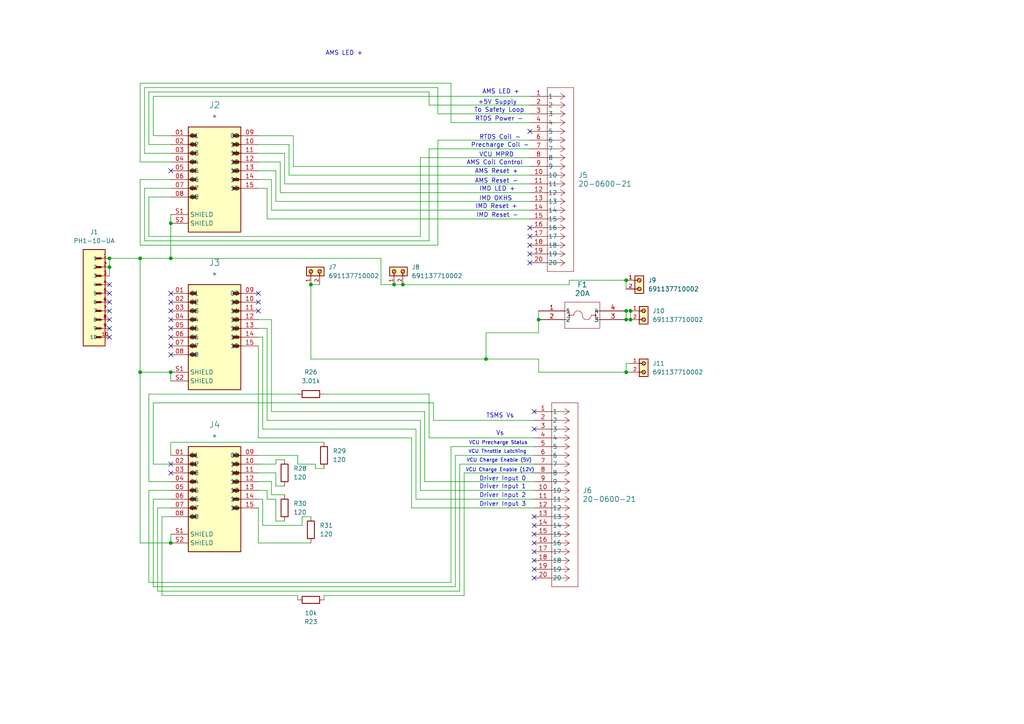
<source format=kicad_sch>
(kicad_sch (version 20231120) (generator "eeschema") (generator_version "8.0")
  (paper "A4")
  (lib_symbols
    (symbol "20-0600-21:20-0600-21" (pin_names (offset 0.254))
      (property "Reference" "J" (at 8.89 6.35 0))
      (property "Value" "20-0600-21" (at 0 0 0))
      (symbol "20-0600-21_1_1"
        (polyline (pts (xy 5.08 -50.8) (xy 12.7 -50.8)) (stroke (width 0.127)))
        (polyline (pts (xy 5.08 2.54) (xy 5.08 -50.8)) (stroke (width 0.127)))
        (polyline (pts (xy 10.16 -48.26) (xy 5.08 -48.26)) (stroke (width 0.127)))
        (polyline (pts (xy 10.16 -48.26) (xy 8.89 -49.1067)) (stroke (width 0.127)))
        (polyline (pts (xy 10.16 -48.26) (xy 8.89 -47.4133)) (stroke (width 0.127)))
        (polyline (pts (xy 10.16 -45.72) (xy 5.08 -45.72)) (stroke (width 0.127)))
        (polyline (pts (xy 10.16 -45.72) (xy 8.89 -46.5667)) (stroke (width 0.127)))
        (polyline (pts (xy 10.16 -45.72) (xy 8.89 -44.8733)) (stroke (width 0.127)))
        (polyline (pts (xy 10.16 -43.18) (xy 5.08 -43.18)) (stroke (width 0.127)))
        (polyline (pts (xy 10.16 -43.18) (xy 8.89 -44.0267)) (stroke (width 0.127)))
        (polyline (pts (xy 10.16 -43.18) (xy 8.89 -42.3333)) (stroke (width 0.127)))
        (polyline (pts (xy 10.16 -40.64) (xy 5.08 -40.64)) (stroke (width 0.127)))
        (polyline (pts (xy 10.16 -40.64) (xy 8.89 -41.4867)) (stroke (width 0.127)))
        (polyline (pts (xy 10.16 -40.64) (xy 8.89 -39.7933)) (stroke (width 0.127)))
        (polyline (pts (xy 10.16 -38.1) (xy 5.08 -38.1)) (stroke (width 0.127)))
        (polyline (pts (xy 10.16 -38.1) (xy 8.89 -38.9467)) (stroke (width 0.127)))
        (polyline (pts (xy 10.16 -38.1) (xy 8.89 -37.2533)) (stroke (width 0.127)))
        (polyline (pts (xy 10.16 -35.56) (xy 5.08 -35.56)) (stroke (width 0.127)))
        (polyline (pts (xy 10.16 -35.56) (xy 8.89 -36.4067)) (stroke (width 0.127)))
        (polyline (pts (xy 10.16 -35.56) (xy 8.89 -34.7133)) (stroke (width 0.127)))
        (polyline (pts (xy 10.16 -33.02) (xy 5.08 -33.02)) (stroke (width 0.127)))
        (polyline (pts (xy 10.16 -33.02) (xy 8.89 -33.8667)) (stroke (width 0.127)))
        (polyline (pts (xy 10.16 -33.02) (xy 8.89 -32.1733)) (stroke (width 0.127)))
        (polyline (pts (xy 10.16 -30.48) (xy 5.08 -30.48)) (stroke (width 0.127)))
        (polyline (pts (xy 10.16 -30.48) (xy 8.89 -31.3267)) (stroke (width 0.127)))
        (polyline (pts (xy 10.16 -30.48) (xy 8.89 -29.6333)) (stroke (width 0.127)))
        (polyline (pts (xy 10.16 -27.94) (xy 5.08 -27.94)) (stroke (width 0.127)))
        (polyline (pts (xy 10.16 -27.94) (xy 8.89 -28.7867)) (stroke (width 0.127)))
        (polyline (pts (xy 10.16 -27.94) (xy 8.89 -27.0933)) (stroke (width 0.127)))
        (polyline (pts (xy 10.16 -25.4) (xy 5.08 -25.4)) (stroke (width 0.127)))
        (polyline (pts (xy 10.16 -25.4) (xy 8.89 -26.2467)) (stroke (width 0.127)))
        (polyline (pts (xy 10.16 -25.4) (xy 8.89 -24.5533)) (stroke (width 0.127)))
        (polyline (pts (xy 10.16 -22.86) (xy 5.08 -22.86)) (stroke (width 0.127)))
        (polyline (pts (xy 10.16 -22.86) (xy 8.89 -23.7067)) (stroke (width 0.127)))
        (polyline (pts (xy 10.16 -22.86) (xy 8.89 -22.0133)) (stroke (width 0.127)))
        (polyline (pts (xy 10.16 -20.32) (xy 5.08 -20.32)) (stroke (width 0.127)))
        (polyline (pts (xy 10.16 -20.32) (xy 8.89 -21.1667)) (stroke (width 0.127)))
        (polyline (pts (xy 10.16 -20.32) (xy 8.89 -19.4733)) (stroke (width 0.127)))
        (polyline (pts (xy 10.16 -17.78) (xy 5.08 -17.78)) (stroke (width 0.127)))
        (polyline (pts (xy 10.16 -17.78) (xy 8.89 -18.6267)) (stroke (width 0.127)))
        (polyline (pts (xy 10.16 -17.78) (xy 8.89 -16.9333)) (stroke (width 0.127)))
        (polyline (pts (xy 10.16 -15.24) (xy 5.08 -15.24)) (stroke (width 0.127)))
        (polyline (pts (xy 10.16 -15.24) (xy 8.89 -16.0867)) (stroke (width 0.127)))
        (polyline (pts (xy 10.16 -15.24) (xy 8.89 -14.3933)) (stroke (width 0.127)))
        (polyline (pts (xy 10.16 -12.7) (xy 5.08 -12.7)) (stroke (width 0.127)))
        (polyline (pts (xy 10.16 -12.7) (xy 8.89 -13.5467)) (stroke (width 0.127)))
        (polyline (pts (xy 10.16 -12.7) (xy 8.89 -11.8533)) (stroke (width 0.127)))
        (polyline (pts (xy 10.16 -10.16) (xy 5.08 -10.16)) (stroke (width 0.127)))
        (polyline (pts (xy 10.16 -10.16) (xy 8.89 -11.0067)) (stroke (width 0.127)))
        (polyline (pts (xy 10.16 -10.16) (xy 8.89 -9.3133)) (stroke (width 0.127)))
        (polyline (pts (xy 10.16 -7.62) (xy 5.08 -7.62)) (stroke (width 0.127)))
        (polyline (pts (xy 10.16 -7.62) (xy 8.89 -8.4667)) (stroke (width 0.127)))
        (polyline (pts (xy 10.16 -7.62) (xy 8.89 -6.7733)) (stroke (width 0.127)))
        (polyline (pts (xy 10.16 -5.08) (xy 5.08 -5.08)) (stroke (width 0.127)))
        (polyline (pts (xy 10.16 -5.08) (xy 8.89 -5.9267)) (stroke (width 0.127)))
        (polyline (pts (xy 10.16 -5.08) (xy 8.89 -4.2333)) (stroke (width 0.127)))
        (polyline (pts (xy 10.16 -2.54) (xy 5.08 -2.54)) (stroke (width 0.127)))
        (polyline (pts (xy 10.16 -2.54) (xy 8.89 -3.3867)) (stroke (width 0.127)))
        (polyline (pts (xy 10.16 -2.54) (xy 8.89 -1.6933)) (stroke (width 0.127)))
        (polyline (pts (xy 10.16 0) (xy 5.08 0)) (stroke (width 0.127)))
        (polyline (pts (xy 10.16 0) (xy 8.89 -0.8467)) (stroke (width 0.127)))
        (polyline (pts (xy 10.16 0) (xy 8.89 0.8467)) (stroke (width 0.127)))
        (polyline (pts (xy 12.7 -50.8) (xy 12.7 2.54)) (stroke (width 0.127)))
        (polyline (pts (xy 12.7 2.54) (xy 5.08 2.54)) (stroke (width 0.127)))
        (pin unspecified line (at 0 0 0) (length 5.08) (name "1") (number "1"))
        (pin unspecified line (at 0 -22.86 0) (length 5.08) (name "10") (number "10"))
        (pin unspecified line (at 0 -25.4 0) (length 5.08) (name "11") (number "11"))
        (pin unspecified line (at 0 -27.94 0) (length 5.08) (name "12") (number "12"))
        (pin unspecified line (at 0 -30.48 0) (length 5.08) (name "13") (number "13"))
        (pin unspecified line (at 0 -33.02 0) (length 5.08) (name "14") (number "14"))
        (pin unspecified line (at 0 -35.56 0) (length 5.08) (name "15") (number "15"))
        (pin unspecified line (at 0 -38.1 0) (length 5.08) (name "16") (number "16"))
        (pin unspecified line (at 0 -40.64 0) (length 5.08) (name "17") (number "17"))
        (pin unspecified line (at 0 -43.18 0) (length 5.08) (name "18") (number "18"))
        (pin unspecified line (at 0 -45.72 0) (length 5.08) (name "19") (number "19"))
        (pin unspecified line (at 0 -2.54 0) (length 5.08) (name "2") (number "2"))
        (pin unspecified line (at 0 -48.26 0) (length 5.08) (name "20") (number "20"))
        (pin unspecified line (at 0 -5.08 0) (length 5.08) (name "3") (number "3"))
        (pin unspecified line (at 0 -7.62 0) (length 5.08) (name "4") (number "4"))
        (pin unspecified line (at 0 -10.16 0) (length 5.08) (name "5") (number "5"))
        (pin unspecified line (at 0 -12.7 0) (length 5.08) (name "6") (number "6"))
        (pin unspecified line (at 0 -15.24 0) (length 5.08) (name "7") (number "7"))
        (pin unspecified line (at 0 -17.78 0) (length 5.08) (name "8") (number "8"))
        (pin unspecified line (at 0 -20.32 0) (length 5.08) (name "9") (number "9"))
      )
      (symbol "20-0600-21_1_2"
        (polyline (pts (xy 5.08 -50.8) (xy 12.7 -50.8)) (stroke (width 0.127)))
        (polyline (pts (xy 5.08 2.54) (xy 5.08 -50.8)) (stroke (width 0.127)))
        (polyline (pts (xy 7.62 -48.26) (xy 5.08 -48.26)) (stroke (width 0.127)))
        (polyline (pts (xy 7.62 -48.26) (xy 8.89 -49.1067)) (stroke (width 0.127)))
        (polyline (pts (xy 7.62 -48.26) (xy 8.89 -47.4133)) (stroke (width 0.127)))
        (polyline (pts (xy 7.62 -45.72) (xy 5.08 -45.72)) (stroke (width 0.127)))
        (polyline (pts (xy 7.62 -45.72) (xy 8.89 -46.5667)) (stroke (width 0.127)))
        (polyline (pts (xy 7.62 -45.72) (xy 8.89 -44.8733)) (stroke (width 0.127)))
        (polyline (pts (xy 7.62 -43.18) (xy 5.08 -43.18)) (stroke (width 0.127)))
        (polyline (pts (xy 7.62 -43.18) (xy 8.89 -44.0267)) (stroke (width 0.127)))
        (polyline (pts (xy 7.62 -43.18) (xy 8.89 -42.3333)) (stroke (width 0.127)))
        (polyline (pts (xy 7.62 -40.64) (xy 5.08 -40.64)) (stroke (width 0.127)))
        (polyline (pts (xy 7.62 -40.64) (xy 8.89 -41.4867)) (stroke (width 0.127)))
        (polyline (pts (xy 7.62 -40.64) (xy 8.89 -39.7933)) (stroke (width 0.127)))
        (polyline (pts (xy 7.62 -38.1) (xy 5.08 -38.1)) (stroke (width 0.127)))
        (polyline (pts (xy 7.62 -38.1) (xy 8.89 -38.9467)) (stroke (width 0.127)))
        (polyline (pts (xy 7.62 -38.1) (xy 8.89 -37.2533)) (stroke (width 0.127)))
        (polyline (pts (xy 7.62 -35.56) (xy 5.08 -35.56)) (stroke (width 0.127)))
        (polyline (pts (xy 7.62 -35.56) (xy 8.89 -36.4067)) (stroke (width 0.127)))
        (polyline (pts (xy 7.62 -35.56) (xy 8.89 -34.7133)) (stroke (width 0.127)))
        (polyline (pts (xy 7.62 -33.02) (xy 5.08 -33.02)) (stroke (width 0.127)))
        (polyline (pts (xy 7.62 -33.02) (xy 8.89 -33.8667)) (stroke (width 0.127)))
        (polyline (pts (xy 7.62 -33.02) (xy 8.89 -32.1733)) (stroke (width 0.127)))
        (polyline (pts (xy 7.62 -30.48) (xy 5.08 -30.48)) (stroke (width 0.127)))
        (polyline (pts (xy 7.62 -30.48) (xy 8.89 -31.3267)) (stroke (width 0.127)))
        (polyline (pts (xy 7.62 -30.48) (xy 8.89 -29.6333)) (stroke (width 0.127)))
        (polyline (pts (xy 7.62 -27.94) (xy 5.08 -27.94)) (stroke (width 0.127)))
        (polyline (pts (xy 7.62 -27.94) (xy 8.89 -28.7867)) (stroke (width 0.127)))
        (polyline (pts (xy 7.62 -27.94) (xy 8.89 -27.0933)) (stroke (width 0.127)))
        (polyline (pts (xy 7.62 -25.4) (xy 5.08 -25.4)) (stroke (width 0.127)))
        (polyline (pts (xy 7.62 -25.4) (xy 8.89 -26.2467)) (stroke (width 0.127)))
        (polyline (pts (xy 7.62 -25.4) (xy 8.89 -24.5533)) (stroke (width 0.127)))
        (polyline (pts (xy 7.62 -22.86) (xy 5.08 -22.86)) (stroke (width 0.127)))
        (polyline (pts (xy 7.62 -22.86) (xy 8.89 -23.7067)) (stroke (width 0.127)))
        (polyline (pts (xy 7.62 -22.86) (xy 8.89 -22.0133)) (stroke (width 0.127)))
        (polyline (pts (xy 7.62 -20.32) (xy 5.08 -20.32)) (stroke (width 0.127)))
        (polyline (pts (xy 7.62 -20.32) (xy 8.89 -21.1667)) (stroke (width 0.127)))
        (polyline (pts (xy 7.62 -20.32) (xy 8.89 -19.4733)) (stroke (width 0.127)))
        (polyline (pts (xy 7.62 -17.78) (xy 5.08 -17.78)) (stroke (width 0.127)))
        (polyline (pts (xy 7.62 -17.78) (xy 8.89 -18.6267)) (stroke (width 0.127)))
        (polyline (pts (xy 7.62 -17.78) (xy 8.89 -16.9333)) (stroke (width 0.127)))
        (polyline (pts (xy 7.62 -15.24) (xy 5.08 -15.24)) (stroke (width 0.127)))
        (polyline (pts (xy 7.62 -15.24) (xy 8.89 -16.0867)) (stroke (width 0.127)))
        (polyline (pts (xy 7.62 -15.24) (xy 8.89 -14.3933)) (stroke (width 0.127)))
        (polyline (pts (xy 7.62 -12.7) (xy 5.08 -12.7)) (stroke (width 0.127)))
        (polyline (pts (xy 7.62 -12.7) (xy 8.89 -13.5467)) (stroke (width 0.127)))
        (polyline (pts (xy 7.62 -12.7) (xy 8.89 -11.8533)) (stroke (width 0.127)))
        (polyline (pts (xy 7.62 -10.16) (xy 5.08 -10.16)) (stroke (width 0.127)))
        (polyline (pts (xy 7.62 -10.16) (xy 8.89 -11.0067)) (stroke (width 0.127)))
        (polyline (pts (xy 7.62 -10.16) (xy 8.89 -9.3133)) (stroke (width 0.127)))
        (polyline (pts (xy 7.62 -7.62) (xy 5.08 -7.62)) (stroke (width 0.127)))
        (polyline (pts (xy 7.62 -7.62) (xy 8.89 -8.4667)) (stroke (width 0.127)))
        (polyline (pts (xy 7.62 -7.62) (xy 8.89 -6.7733)) (stroke (width 0.127)))
        (polyline (pts (xy 7.62 -5.08) (xy 5.08 -5.08)) (stroke (width 0.127)))
        (polyline (pts (xy 7.62 -5.08) (xy 8.89 -5.9267)) (stroke (width 0.127)))
        (polyline (pts (xy 7.62 -5.08) (xy 8.89 -4.2333)) (stroke (width 0.127)))
        (polyline (pts (xy 7.62 -2.54) (xy 5.08 -2.54)) (stroke (width 0.127)))
        (polyline (pts (xy 7.62 -2.54) (xy 8.89 -3.3867)) (stroke (width 0.127)))
        (polyline (pts (xy 7.62 -2.54) (xy 8.89 -1.6933)) (stroke (width 0.127)))
        (polyline (pts (xy 7.62 0) (xy 5.08 0)) (stroke (width 0.127)))
        (polyline (pts (xy 7.62 0) (xy 8.89 -0.8467)) (stroke (width 0.127)))
        (polyline (pts (xy 7.62 0) (xy 8.89 0.8467)) (stroke (width 0.127)))
        (polyline (pts (xy 12.7 -50.8) (xy 12.7 2.54)) (stroke (width 0.127)))
        (polyline (pts (xy 12.7 2.54) (xy 5.08 2.54)) (stroke (width 0.127)))
        (pin unspecified line (at 0 0 0) (length 5.08) (name "1") (number "1"))
        (pin unspecified line (at 0 -22.86 0) (length 5.08) (name "10") (number "10"))
        (pin unspecified line (at 0 -25.4 0) (length 5.08) (name "11") (number "11"))
        (pin unspecified line (at 0 -27.94 0) (length 5.08) (name "12") (number "12"))
        (pin unspecified line (at 0 -30.48 0) (length 5.08) (name "13") (number "13"))
        (pin unspecified line (at 0 -33.02 0) (length 5.08) (name "14") (number "14"))
        (pin unspecified line (at 0 -35.56 0) (length 5.08) (name "15") (number "15"))
        (pin unspecified line (at 0 -38.1 0) (length 5.08) (name "16") (number "16"))
        (pin unspecified line (at 0 -40.64 0) (length 5.08) (name "17") (number "17"))
        (pin unspecified line (at 0 -43.18 0) (length 5.08) (name "18") (number "18"))
        (pin unspecified line (at 0 -45.72 0) (length 5.08) (name "19") (number "19"))
        (pin unspecified line (at 0 -2.54 0) (length 5.08) (name "2") (number "2"))
        (pin unspecified line (at 0 -48.26 0) (length 5.08) (name "20") (number "20"))
        (pin unspecified line (at 0 -5.08 0) (length 5.08) (name "3") (number "3"))
        (pin unspecified line (at 0 -7.62 0) (length 5.08) (name "4") (number "4"))
        (pin unspecified line (at 0 -10.16 0) (length 5.08) (name "5") (number "5"))
        (pin unspecified line (at 0 -12.7 0) (length 5.08) (name "6") (number "6"))
        (pin unspecified line (at 0 -15.24 0) (length 5.08) (name "7") (number "7"))
        (pin unspecified line (at 0 -17.78 0) (length 5.08) (name "8") (number "8"))
        (pin unspecified line (at 0 -20.32 0) (length 5.08) (name "9") (number "9"))
      )
    )
    (symbol "3568:3568" (pin_names (offset 0.254))
      (property "Reference" "F" (at 12.7 7.62 0))
      (property "Value" "3568" (at 12.7 5.08 0))
      (symbol "3568_0_1"
        (polyline (pts (xy 7.62 -5.08) (xy 17.78 -5.08)) (stroke (width 0.127)))
        (polyline (pts (xy 7.62 -2.54) (xy 8.89 -2.54)) (stroke (width 0.127)))
        (polyline (pts (xy 7.62 0) (xy 8.89 0)) (stroke (width 0.127)))
        (polyline (pts (xy 7.62 2.54) (xy 7.62 -5.08)) (stroke (width 0.127)))
        (polyline (pts (xy 8.89 -1.27) (xy 10.16 -1.27)) (stroke (width 0.127)))
        (polyline (pts (xy 8.89 0) (xy 8.89 -2.54)) (stroke (width 0.127)))
        (polyline (pts (xy 15.24 -1.27) (xy 16.51 -1.27)) (stroke (width 0.127)))
        (polyline (pts (xy 16.51 -2.54) (xy 16.51 0)) (stroke (width 0.127)))
        (polyline (pts (xy 16.51 0) (xy 17.78 0)) (stroke (width 0.127)))
        (polyline (pts (xy 17.78 -5.08) (xy 17.78 2.54)) (stroke (width 0.127)))
        (polyline (pts (xy 17.78 -2.54) (xy 16.51 -2.54)) (stroke (width 0.127)))
        (polyline (pts (xy 17.78 2.54) (xy 7.62 2.54)) (stroke (width 0.127)))
        (circle (center 8.89 -1.27) (radius 0.127) (stroke (width 0.254)))
        (arc (start 12.7 -1.27) (mid 11.43 -0.0055) (end 10.16 -1.27) (stroke (width 0.127)))
        (arc (start 12.7 -1.27) (mid 13.97 -2.5344) (end 15.24 -1.27) (stroke (width 0.127)))
        (circle (center 16.51 -1.27) (radius 0.127) (stroke (width 0.254)))
        (pin unspecified line (at 0 0 0) (length 7.62) (name "1") (number "1"))
        (pin unspecified line (at 0 -2.54 0) (length 7.62) (name "2") (number "2"))
        (pin unspecified line (at 25.4 -2.54 180) (length 7.62) (name "3") (number "3"))
        (pin unspecified line (at 25.4 0 180) (length 7.62) (name "4") (number "4"))
      )
    )
    (symbol "691137710002:691137710002" (pin_names (offset 1.016))
      (property "Reference" "J" (at -4.88 -0.922 0))
      (symbol "691137710002_0_0"
        (rectangle (start -3.81 -2.54) (end 1.27 0) (stroke (width 0.254)) (fill (type background)))
        (circle (center -2.54 -1.27) (radius 0.508) (stroke (width 0.254)))
        (circle (center 0 -1.27) (radius 0.508) (stroke (width 0.254)))
        (polyline (pts (xy -2.54 -1.778) (xy -2.54 -2.54)) (stroke (width 0.254)))
        (polyline (pts (xy -2.286 -1.016) (xy -2.794 -1.524)) (stroke (width 0.1524)))
        (polyline (pts (xy 0 -1.778) (xy 0 -2.54)) (stroke (width 0.254)))
        (polyline (pts (xy 0.254 -1.016) (xy -0.254 -1.524)) (stroke (width 0.1524)))
        (pin passive line (at -2.54 -5.08 90) (length 2.54) (name "~") (number "1"))
        (pin passive line (at 0 -5.08 90) (length 2.54) (name "~") (number "2"))
      )
    )
    (symbol "Device:R" (pin_numbers hide) (pin_names (offset 0))
      (property "Reference" "R" (at 2.032 0 90))
      (property "Value" "R" (at 0 0 90))
      (symbol "R_0_1"
        (rectangle (start -1.016 -2.54) (end 1.016 2.54) (stroke (width 0.254)))
      )
      (symbol "R_1_1"
        (pin passive line (at 0 3.81 270) (length 1.27) (name "~") (number "1"))
        (pin passive line (at 0 -3.81 90) (length 1.27) (name "~") (number "2"))
      )
    )
    (symbol "L717SDA15P1ACH4F:L717SDA15P1ACH4F"
      (property "Reference" "J" (at -1.27 1.27 0))
      (property "Value" "*" (at -1.27 -3.81 0))
      (symbol "L717SDA15P1ACH4F_1_0"
        (rectangle (start -5.398 -7.303) (end -6.985 -7.938) (stroke (width 0.254)) (fill (type outline)))
        (rectangle (start -5.398 -4.763) (end -6.985 -5.398) (stroke (width 0.254)) (fill (type outline)))
        (rectangle (start -5.398 -2.223) (end -6.985 -2.858) (stroke (width 0.254)) (fill (type outline)))
        (rectangle (start -5.398 0.318) (end -6.985 -0.318) (stroke (width 0.254)) (fill (type outline)))
        (rectangle (start -5.398 2.858) (end -6.985 2.223) (stroke (width 0.254)) (fill (type outline)))
        (rectangle (start -5.398 5.398) (end -6.985 4.763) (stroke (width 0.254)) (fill (type outline)))
        (rectangle (start -5.398 7.938) (end -6.985 7.303) (stroke (width 0.254)) (fill (type outline)))
        (rectangle (start -5.398 10.478) (end -6.985 9.843) (stroke (width 0.254)) (fill (type outline)))
        (polyline (pts (xy -7.62 -7.62) (xy -5.715 -7.62)) (stroke (width 0.254)))
        (polyline (pts (xy -7.62 -5.08) (xy -5.715 -5.08)) (stroke (width 0.254)))
        (polyline (pts (xy -7.62 -2.54) (xy -5.715 -2.54)) (stroke (width 0.254)))
        (polyline (pts (xy -7.62 0) (xy -5.715 0)) (stroke (width 0.254)))
        (polyline (pts (xy -7.62 2.54) (xy -5.715 2.54)) (stroke (width 0.254)))
        (polyline (pts (xy -7.62 5.08) (xy -5.715 5.08)) (stroke (width 0.254)))
        (polyline (pts (xy -7.62 7.62) (xy -5.715 7.62)) (stroke (width 0.254)))
        (polyline (pts (xy -7.62 10.16) (xy -5.715 10.16)) (stroke (width 0.254)))
        (polyline (pts (xy 7.62 -5.08) (xy 5.715 -5.08)) (stroke (width 0.254)))
        (polyline (pts (xy 7.62 -2.54) (xy 5.715 -2.54)) (stroke (width 0.254)))
        (polyline (pts (xy 7.62 0) (xy 5.715 0)) (stroke (width 0.254)))
        (polyline (pts (xy 7.62 2.54) (xy 5.715 2.54)) (stroke (width 0.254)))
        (polyline (pts (xy 7.62 5.08) (xy 5.715 5.08)) (stroke (width 0.254)))
        (polyline (pts (xy 7.62 7.62) (xy 5.715 7.62)) (stroke (width 0.254)))
        (polyline (pts (xy 7.62 10.16) (xy 5.715 10.16)) (stroke (width 0.254)))
        (rectangle (start 5.398 -5.398) (end 6.985 -4.763) (stroke (width 0.254)) (fill (type outline)))
        (rectangle (start 5.398 -2.858) (end 6.985 -2.223) (stroke (width 0.254)) (fill (type outline)))
        (rectangle (start 5.398 -0.318) (end 6.985 0.318) (stroke (width 0.254)) (fill (type outline)))
        (rectangle (start 5.398 2.223) (end 6.985 2.858) (stroke (width 0.254)) (fill (type outline)))
        (rectangle (start 5.398 4.763) (end 6.985 5.398) (stroke (width 0.254)) (fill (type outline)))
        (rectangle (start 5.398 7.303) (end 6.985 7.938) (stroke (width 0.254)) (fill (type outline)))
        (rectangle (start 5.398 9.843) (end 6.985 10.478) (stroke (width 0.254)) (fill (type outline)))
        (rectangle (start 7.62 12.7) (end -7.62 -17.78) (stroke (width 0.254) (color 128 0 0 1)) (fill (type background)))
        (pin passive line (at -12.7 10.16 0) (length 5.08) (name "01") (number "01"))
        (pin passive line (at -12.7 7.62 0) (length 5.08) (name "02") (number "02"))
        (pin passive line (at -12.7 5.08 0) (length 5.08) (name "03") (number "03"))
        (pin passive line (at -12.7 2.54 0) (length 5.08) (name "04") (number "04"))
        (pin passive line (at -12.7 0 0) (length 5.08) (name "05") (number "05"))
        (pin passive line (at -12.7 -2.54 0) (length 5.08) (name "06") (number "06"))
        (pin passive line (at -12.7 -5.08 0) (length 5.08) (name "07") (number "07"))
        (pin passive line (at -12.7 -7.62 0) (length 5.08) (name "08") (number "08"))
        (pin passive line (at 12.7 10.16 180) (length 5.08) (name "09") (number "09"))
        (pin passive line (at 12.7 7.62 180) (length 5.08) (name "10") (number "10"))
        (pin passive line (at 12.7 5.08 180) (length 5.08) (name "11") (number "11"))
        (pin passive line (at 12.7 2.54 180) (length 5.08) (name "12") (number "12"))
        (pin passive line (at 12.7 0 180) (length 5.08) (name "13") (number "13"))
        (pin passive line (at 12.7 -2.54 180) (length 5.08) (name "14") (number "14"))
        (pin passive line (at 12.7 -5.08 180) (length 5.08) (name "15") (number "15"))
        (pin passive line (at -12.7 -12.7 0) (length 5.08) (name "SHIELD") (number "S1"))
        (pin passive line (at -12.7 -15.24 0) (length 5.08) (name "SHIELD") (number "S2"))
      )
    )
    (symbol "PH1-10-UA:PH1-10-UA" (pin_names (offset 1.016))
      (property "Reference" "J" (at 0 28.448 0))
      (property "Value" "PH1-10-UA" (at 0 0 0))
      (symbol "PH1-10-UA_0_0"
        (polyline (pts (xy 3.81 2.54) (xy 5.08 2.54)) (stroke (width 0.6096)))
        (polyline (pts (xy 3.81 5.08) (xy 5.08 5.08)) (stroke (width 0.6096)))
        (polyline (pts (xy 3.81 7.62) (xy 5.08 7.62)) (stroke (width 0.6096)))
        (polyline (pts (xy 3.81 10.16) (xy 5.08 10.16)) (stroke (width 0.6096)))
        (polyline (pts (xy 3.81 12.7) (xy 5.08 12.7)) (stroke (width 0.6096)))
        (polyline (pts (xy 3.81 15.24) (xy 5.08 15.24)) (stroke (width 0.6096)))
        (polyline (pts (xy 3.81 17.78) (xy 5.08 17.78)) (stroke (width 0.6096)))
        (polyline (pts (xy 3.81 20.32) (xy 5.08 20.32)) (stroke (width 0.6096)))
        (polyline (pts (xy 3.81 22.86) (xy 5.08 22.86)) (stroke (width 0.6096)))
        (polyline (pts (xy 3.81 25.4) (xy 5.08 25.4)) (stroke (width 0.6096)))
        (rectangle (start 0 0) (end 6.35 27.94) (stroke (width 0.254)) (fill (type background)))
        (pin passive line (at 7.62 25.4 180) (length 2.54) (name "1") (number "1"))
        (pin passive line (at 7.62 2.54 180) (length 2.54) (name "10") (number "10"))
        (pin passive line (at 7.62 22.86 180) (length 2.54) (name "2") (number "2"))
        (pin passive line (at 7.62 20.32 180) (length 2.54) (name "3") (number "3"))
        (pin passive line (at 7.62 17.78 180) (length 2.54) (name "4") (number "4"))
        (pin passive line (at 7.62 15.24 180) (length 2.54) (name "5") (number "5"))
        (pin passive line (at 7.62 12.7 180) (length 2.54) (name "6") (number "6"))
        (pin passive line (at 7.62 10.16 180) (length 2.54) (name "7") (number "7"))
        (pin passive line (at 7.62 7.62 180) (length 2.54) (name "8") (number "8"))
        (pin passive line (at 7.62 5.08 180) (length 2.54) (name "9") (number "9"))
      )
    )
  )
  (junction (at 90.17 82.55))
  (junction (at 49.53 74.93))
  (junction (at 181.61 90.17))
  (junction (at 31.75 74.93))
  (junction (at 114.3 82.55))
  (junction (at 182.88 90.17))
  (junction (at 181.61 107.95))
  (junction (at 156.21 92.71))
  (junction (at 140.97 104.14))
  (junction (at 49.53 157.48))
  (junction (at 116.84 82.55))
  (junction (at 40.64 74.93))
  (junction (at 181.61 81.28))
  (junction (at 40.64 107.95))
  (junction (at 49.53 64.77))
  (junction (at 181.61 92.71))
  (junction (at 49.53 107.95))
  (junction (at 182.88 92.71))
  (junction (at 31.75 77.47))
  (no_connect (at 153.67 38.1))
  (no_connect (at 153.67 68.58))
  (no_connect (at 49.53 100.33))
  (no_connect (at 31.75 95.25))
  (no_connect (at 49.53 85.09))
  (no_connect (at 49.53 90.17))
  (no_connect (at 153.67 76.2))
  (no_connect (at 74.93 87.63))
  (no_connect (at 31.75 97.79))
  (no_connect (at 74.93 90.17))
  (no_connect (at 154.94 157.48))
  (no_connect (at 49.53 87.63))
  (no_connect (at 49.53 134.62))
  (no_connect (at 74.93 85.09))
  (no_connect (at 31.75 92.71))
  (no_connect (at 31.75 87.63))
  (no_connect (at 49.53 92.71))
  (no_connect (at 49.53 95.25))
  (no_connect (at 154.94 149.86))
  (no_connect (at 153.67 71.12))
  (no_connect (at 31.75 85.09))
  (no_connect (at 154.94 154.94))
  (no_connect (at 153.67 73.66))
  (no_connect (at 154.94 165.1))
  (no_connect (at 49.53 137.16))
  (no_connect (at 153.67 66.04))
  (no_connect (at 154.94 160.02))
  (no_connect (at 154.94 152.4))
  (no_connect (at 154.94 167.64))
  (no_connect (at 49.53 49.53))
  (no_connect (at 31.75 90.17))
  (no_connect (at 31.75 82.55))
  (no_connect (at 49.53 97.79))
  (no_connect (at 154.94 119.38))
  (no_connect (at 154.94 124.46))
  (no_connect (at 49.53 102.87))
  (no_connect (at 154.94 162.56))
  (wire (pts (xy 74.93 142.24) (xy 77.47 142.24)))
  (wire (pts (xy 124.46 127) (xy 154.94 127)))
  (wire (pts (xy 40.64 74.93) (xy 40.64 107.95)))
  (wire (pts (xy 76.2 97.79) (xy 76.2 124.46)))
  (wire (pts (xy 49.53 74.93) (xy 40.64 74.93)))
  (wire (pts (xy 74.93 54.61) (xy 77.47 54.61)))
  (wire (pts (xy 121.92 45.72) (xy 153.67 45.72)))
  (wire (pts (xy 41.91 44.45) (xy 41.91 25.4)))
  (wire (pts (xy 49.53 39.37) (xy 44.45 39.37)))
  (wire (pts (xy 74.93 137.16) (xy 80.01 137.16)))
  (wire (pts (xy 127 40.64) (xy 153.67 40.64)))
  (wire (pts (xy 74.93 144.78) (xy 76.2 144.78)))
  (wire (pts (xy 77.47 95.25) (xy 77.47 121.92)))
  (wire (pts (xy 74.93 41.91) (xy 83.82 41.91)))
  (wire (pts (xy 181.61 107.95) (xy 182.88 107.95)))
  (wire (pts (xy 74.93 95.25) (xy 77.47 95.25)))
  (wire (pts (xy 41.91 54.61) (xy 41.91 69.85)))
  (wire (pts (xy 165.1 81.28) (xy 181.61 81.28)))
  (wire (pts (xy 43.18 57.15) (xy 43.18 68.58)))
  (wire (pts (xy 127 33.02) (xy 153.67 33.02)))
  (wire (pts (xy 74.93 97.79) (xy 76.2 97.79)))
  (wire (pts (xy 124.46 69.85) (xy 124.46 43.18)))
  (wire (pts (xy 40.64 46.99) (xy 40.64 24.13)))
  (wire (pts (xy 181.61 105.41) (xy 182.88 105.41)))
  (wire (pts (xy 78.74 119.38) (xy 123.19 119.38)))
  (wire (pts (xy 49.53 64.77) (xy 49.53 74.93)))
  (wire (pts (xy 86.36 172.72) (xy 86.36 173.99)))
  (wire (pts (xy 87.63 149.86) (xy 90.17 149.86)))
  (wire (pts (xy 49.53 46.99) (xy 40.64 46.99)))
  (wire (pts (xy 41.91 25.4) (xy 127 25.4)))
  (wire (pts (xy 130.81 24.13) (xy 130.81 35.56)))
  (wire (pts (xy 74.93 52.07) (xy 78.74 52.07)))
  (wire (pts (xy 78.74 52.07) (xy 78.74 60.96)))
  (wire (pts (xy 124.46 30.48) (xy 153.67 30.48)))
  (wire (pts (xy 49.53 149.86) (xy 46.99 149.86)))
  (wire (pts (xy 93.98 172.72) (xy 93.98 173.99)))
  (wire (pts (xy 110.49 82.55) (xy 110.49 74.93)))
  (wire (pts (xy 49.53 107.95) (xy 49.53 110.49)))
  (wire (pts (xy 153.67 53.34) (xy 82.55 53.34)))
  (wire (pts (xy 133.35 171.45) (xy 133.35 134.62)))
  (wire (pts (xy 165.1 82.55) (xy 165.1 81.28)))
  (wire (pts (xy 49.53 132.08) (xy 49.53 128.27)))
  (wire (pts (xy 121.92 68.58) (xy 121.92 45.72)))
  (wire (pts (xy 49.53 134.62) (xy 44.45 134.62)))
  (wire (pts (xy 181.61 92.71) (xy 182.88 92.71)))
  (wire (pts (xy 77.47 142.24) (xy 77.47 144.78)))
  (wire (pts (xy 110.49 74.93) (xy 49.53 74.93)))
  (wire (pts (xy 140.97 104.14) (xy 156.21 104.14)))
  (wire (pts (xy 49.53 139.7) (xy 43.18 139.7)))
  (wire (pts (xy 121.92 121.92) (xy 121.92 142.24)))
  (wire (pts (xy 127 40.64) (xy 127 71.12)))
  (wire (pts (xy 130.81 35.56) (xy 153.67 35.56)))
  (wire (pts (xy 123.19 119.38) (xy 123.19 139.7)))
  (wire (pts (xy 43.18 168.91) (xy 130.81 168.91)))
  (wire (pts (xy 49.53 54.61) (xy 41.91 54.61)))
  (wire (pts (xy 40.64 52.07) (xy 40.64 71.12)))
  (wire (pts (xy 90.17 82.55) (xy 92.71 82.55)))
  (wire (pts (xy 181.61 105.41) (xy 181.61 107.95)))
  (wire (pts (xy 81.28 46.99) (xy 81.28 55.88)))
  (wire (pts (xy 76.2 124.46) (xy 120.65 124.46)))
  (wire (pts (xy 43.18 114.3) (xy 86.36 114.3)))
  (wire (pts (xy 49.53 144.78) (xy 44.45 144.78)))
  (wire (pts (xy 80.01 133.35) (xy 82.55 133.35)))
  (wire (pts (xy 74.93 92.71) (xy 78.74 92.71)))
  (wire (pts (xy 80.01 144.78) (xy 80.01 151.13)))
  (wire (pts (xy 74.93 157.48) (xy 90.17 157.48)))
  (wire (pts (xy 80.01 151.13) (xy 82.55 151.13)))
  (wire (pts (xy 74.93 134.62) (xy 80.01 134.62)))
  (wire (pts (xy 74.93 132.08) (xy 86.36 132.08)))
  (wire (pts (xy 140.97 104.14) (xy 140.97 96.52)))
  (wire (pts (xy 77.47 144.78) (xy 80.01 144.78)))
  (wire (pts (xy 86.36 132.08) (xy 86.36 134.62)))
  (wire (pts (xy 77.47 121.92) (xy 121.92 121.92)))
  (wire (pts (xy 123.19 139.7) (xy 154.94 139.7)))
  (wire (pts (xy 91.44 134.62) (xy 91.44 135.89)))
  (wire (pts (xy 44.45 27.94) (xy 153.67 27.94)))
  (wire (pts (xy 45.72 147.32) (xy 49.53 147.32)))
  (wire (pts (xy 31.75 74.93) (xy 31.75 77.47)))
  (wire (pts (xy 49.53 44.45) (xy 41.91 44.45)))
  (wire (pts (xy 181.61 90.17) (xy 182.88 90.17)))
  (wire (pts (xy 124.46 26.67) (xy 124.46 30.48)))
  (wire (pts (xy 80.01 58.42) (xy 80.01 49.53)))
  (wire (pts (xy 43.18 139.7) (xy 43.18 114.3)))
  (wire (pts (xy 90.17 82.55) (xy 90.17 104.14)))
  (wire (pts (xy 43.18 41.91) (xy 43.18 26.67)))
  (wire (pts (xy 40.64 107.95) (xy 40.64 157.48)))
  (wire (pts (xy 156.21 107.95) (xy 181.61 107.95)))
  (wire (pts (xy 83.82 50.8) (xy 153.67 50.8)))
  (wire (pts (xy 49.53 62.23) (xy 49.53 64.77)))
  (wire (pts (xy 125.73 121.92) (xy 154.94 121.92)))
  (wire (pts (xy 80.01 134.62) (xy 80.01 133.35)))
  (wire (pts (xy 44.45 170.18) (xy 132.08 170.18)))
  (wire (pts (xy 121.92 142.24) (xy 154.94 142.24)))
  (wire (pts (xy 124.46 114.3) (xy 124.46 127)))
  (wire (pts (xy 49.53 52.07) (xy 40.64 52.07)))
  (wire (pts (xy 49.53 41.91) (xy 43.18 41.91)))
  (wire (pts (xy 74.93 147.32) (xy 74.93 157.48)))
  (wire (pts (xy 182.88 90.17) (xy 182.88 92.71)))
  (wire (pts (xy 74.93 44.45) (xy 82.55 44.45)))
  (wire (pts (xy 44.45 39.37) (xy 44.45 27.94)))
  (wire (pts (xy 74.93 49.53) (xy 80.01 49.53)))
  (wire (pts (xy 134.62 137.16) (xy 154.94 137.16)))
  (wire (pts (xy 153.67 48.26) (xy 85.09 48.26)))
  (wire (pts (xy 133.35 134.62) (xy 154.94 134.62)))
  (wire (pts (xy 91.44 135.89) (xy 93.98 135.89)))
  (wire (pts (xy 85.09 48.26) (xy 85.09 39.37)))
  (wire (pts (xy 74.93 46.99) (xy 81.28 46.99)))
  (wire (pts (xy 49.53 128.27) (xy 93.98 128.27)))
  (wire (pts (xy 181.61 81.28) (xy 181.61 83.82)))
  (wire (pts (xy 74.93 127) (xy 119.38 127)))
  (wire (pts (xy 140.97 96.52) (xy 156.21 96.52)))
  (wire (pts (xy 80.01 140.97) (xy 82.55 140.97)))
  (wire (pts (xy 78.74 60.96) (xy 153.67 60.96)))
  (wire (pts (xy 40.64 157.48) (xy 49.53 157.48)))
  (wire (pts (xy 41.91 69.85) (xy 124.46 69.85)))
  (wire (pts (xy 130.81 129.54) (xy 130.81 168.91)))
  (wire (pts (xy 40.64 24.13) (xy 130.81 24.13)))
  (wire (pts (xy 49.53 57.15) (xy 43.18 57.15)))
  (wire (pts (xy 116.84 82.55) (xy 165.1 82.55)))
  (wire (pts (xy 134.62 172.72) (xy 134.62 137.16)))
  (wire (pts (xy 130.81 129.54) (xy 154.94 129.54)))
  (wire (pts (xy 85.09 39.37) (xy 74.93 39.37)))
  (wire (pts (xy 134.62 172.72) (xy 93.98 172.72)))
  (wire (pts (xy 83.82 41.91) (xy 83.82 50.8)))
  (wire (pts (xy 132.08 170.18) (xy 132.08 132.08)))
  (wire (pts (xy 46.99 149.86) (xy 46.99 172.72)))
  (wire (pts (xy 45.72 171.45) (xy 133.35 171.45)))
  (wire (pts (xy 87.63 152.4) (xy 87.63 149.86)))
  (wire (pts (xy 74.93 127) (xy 74.93 100.33)))
  (wire (pts (xy 119.38 147.32) (xy 154.94 147.32)))
  (wire (pts (xy 125.73 121.92) (xy 125.73 116.84)))
  (wire (pts (xy 120.65 124.46) (xy 120.65 144.78)))
  (wire (pts (xy 124.46 43.18) (xy 153.67 43.18)))
  (wire (pts (xy 76.2 152.4) (xy 87.63 152.4)))
  (wire (pts (xy 49.53 154.94) (xy 49.53 157.48)))
  (wire (pts (xy 132.08 132.08) (xy 154.94 132.08)))
  (wire (pts (xy 74.93 139.7) (xy 78.74 139.7)))
  (wire (pts (xy 43.18 68.58) (xy 121.92 68.58)))
  (wire (pts (xy 93.98 114.3) (xy 124.46 114.3)))
  (wire (pts (xy 120.65 144.78) (xy 154.94 144.78)))
  (wire (pts (xy 43.18 26.67) (xy 124.46 26.67)))
  (wire (pts (xy 81.28 55.88) (xy 153.67 55.88)))
  (wire (pts (xy 153.67 63.5) (xy 77.47 63.5)))
  (wire (pts (xy 31.75 74.93) (xy 40.64 74.93)))
  (wire (pts (xy 82.55 53.34) (xy 82.55 44.45)))
  (wire (pts (xy 127 25.4) (xy 127 33.02)))
  (wire (pts (xy 78.74 139.7) (xy 78.74 143.51)))
  (wire (pts (xy 40.64 71.12) (xy 127 71.12)))
  (wire (pts (xy 125.73 116.84) (xy 44.45 116.84)))
  (wire (pts (xy 76.2 144.78) (xy 76.2 152.4)))
  (wire (pts (xy 44.45 134.62) (xy 44.45 116.84)))
  (wire (pts (xy 78.74 143.51) (xy 82.55 143.51)))
  (wire (pts (xy 114.3 82.55) (xy 110.49 82.55)))
  (wire (pts (xy 44.45 144.78) (xy 44.45 170.18)))
  (wire (pts (xy 40.64 107.95) (xy 49.53 107.95)))
  (wire (pts (xy 80.01 137.16) (xy 80.01 140.97)))
  (wire (pts (xy 46.99 172.72) (xy 86.36 172.72)))
  (wire (pts (xy 156.21 104.14) (xy 156.21 107.95)))
  (wire (pts (xy 119.38 127) (xy 119.38 147.32)))
  (wire (pts (xy 86.36 134.62) (xy 91.44 134.62)))
  (wire (pts (xy 43.18 142.24) (xy 43.18 168.91)))
  (wire (pts (xy 43.18 142.24) (xy 49.53 142.24)))
  (wire (pts (xy 45.72 147.32) (xy 45.72 171.45)))
  (wire (pts (xy 156.21 92.71) (xy 156.21 90.17)))
  (wire (pts (xy 77.47 63.5) (xy 77.47 54.61)))
  (wire (pts (xy 114.3 82.55) (xy 116.84 82.55)))
  (wire (pts (xy 31.75 77.47) (xy 31.75 80.01)))
  (wire (pts (xy 156.21 96.52) (xy 156.21 92.71)))
  (wire (pts (xy 78.74 92.71) (xy 78.74 119.38)))
  (wire (pts (xy 181.61 90.17) (xy 181.61 92.71)))
  (wire (pts (xy 90.17 104.14) (xy 140.97 104.14)))
  (wire (pts (xy 153.67 58.42) (xy 80.01 58.42)))
  (text "Driver Input 1" (at 145.796 141.224 0) (effects (font (size 1.27 1.27))))
  (text "Driver Input 0" (at 145.796 138.938 0) (effects (font (size 1.27 1.27))))
  (text "AMS Reset -" (at 144.018 52.578 0) (effects (font (size 1.27 1.27))))
  (text "AMS Reset +" (at 144.018 49.784 0) (effects (font (size 1.27 1.27))))
  (text "VCU Charge Enable (5V)" (at 144.78 133.604 0) (effects (font (size 1.016 1.016))))
  (text "+5V Supply" (at 144.272 29.718 0) (effects (font (size 1.27 1.27))))
  (text "AMS LED +" (at 145.288 26.67 0) (effects (font (size 1.27 1.27))))
  (text "AMS LED +" (at 99.822 15.494 0) (effects (font (size 1.27 1.27))))
  (text "Driver Input 2" (at 145.796 143.764 0) (effects (font (size 1.27 1.27))))
  (text "AMS Coil Control" (at 143.51 47.244 0) (effects (font (size 1.27 1.27))))
  (text "RTDS Coil -" (at 145.034 39.878 0) (effects (font (size 1.27 1.27))))
  (text "RTDS Power -" (at 144.78 34.544 0) (effects (font (size 1.27 1.27))))
  (text "IMD LED +" (at 144.272 54.864 0) (effects (font (size 1.27 1.27))))
  (text "IMD Reset -" (at 144.272 62.484 0) (effects (font (size 1.27 1.27))))
  (text "To Safety Loop" (at 144.78 32.004 0) (effects (font (size 1.27 1.27))))
  (text "VCU MPRD" (at 144.018 44.958 0) (effects (font (size 1.27 1.27))))
  (text "VCU Throttle Latching" (at 144.272 131.064 0) (effects (font (size 1.016 1.016))))
  (text "Vs" (at 145.034 125.73 0) (effects (font (size 1.27 1.27))))
  (text "TSMS Vs" (at 145.034 120.65 0) (effects (font (size 1.27 1.27))))
  (text "VCU Charge Enable (12V)" (at 145.034 136.398 0) (effects (font (size 1.016 1.016))))
  (text "IMD OKHS" (at 143.764 57.658 0) (effects (font (size 1.27 1.27))))
  (text "Driver Input 3\n" (at 145.796 146.304 0) (effects (font (size 1.27 1.27))))
  (text "Precharge Coil -" (at 145.034 42.164 0) (effects (font (size 1.27 1.27))))
  (text "IMD Reset +" (at 144.018 59.944 0) (effects (font (size 1.27 1.27))))
  (text "VCU Precharge Status" (at 144.526 128.524 0) (effects (font (size 1.016 1.016))))
  (symbol (lib_id "PH1-10-UA:PH1-10-UA") (at 24.13 100.33 0) (unit 1)
    (property "Reference" "J1" (at 27.305 67.31 0))
    (property "Value" "PH1-10-UA" (at 27.305 69.85 0))
    (property "Footprint" "PH1-10-UA:1X10-2.54MM-THT" (effects (hide yes)))
    (property "MF" "Adam Tech" (effects (hide yes)))
    (property "Description_1" "\n                        \n                            Connector Header Through Hole 10 position 0.100 (2.54mm)\n                        \n" (effects (hide yes)))
    (property "Package" "None" (effects (hide yes)))
    (property "Price" "None" (effects (hide yes)))
    (property "SnapEDA_Link" "https://www.snapeda.com/parts/PH1-10-UA/Adam+Tech/view-part/?ref=snap" (effects (hide yes)))
    (property "MP" "PH1-10-UA" (effects (hide yes)))
    (property "Availability" "In Stock" (effects (hide yes)))
    (property "Check_prices" "https://www.snapeda.com/parts/PH1-10-UA/Adam+Tech/view-part/?ref=eda" (effects (hide yes)))
  )
  (symbol (lib_id "Device:R") (at 82.55 137.16 0) (unit 1)
    (property "Reference" "R28" (at 85.09 135.8899 0) (effects (justify left)))
    (property "Value" "120" (at 85.09 138.4299 0) (effects (justify left)))
    (property "Footprint" "TNPW1206120RBEEA:RES_TNPW1206_VIS" (effects (hide yes)))
    (property "Description" "Resistor" (effects (hide yes)))
  )
  (symbol (lib_id "Device:R") (at 93.98 132.08 0) (unit 1)
    (property "Reference" "R29" (at 96.52 130.8099 0) (effects (justify left)))
    (property "Value" "120" (at 96.52 133.3499 0) (effects (justify left)))
    (property "Footprint" "TNPW1206120RBEEA:RES_TNPW1206_VIS" (effects (hide yes)))
    (property "Description" "Resistor" (effects (hide yes)))
  )
  (symbol (lib_id "L717SDA15P1ACH4F:L717SDA15P1ACH4F") (at 62.23 95.25 0) (unit 1)
    (property "Reference" "J3" (at 62.23 76.2 0) (effects (font (size 1.8288 1.8288))))
    (property "Value" "*" (at 62.23 80.01 0) (effects (font (size 1.8288 1.8288))))
    (property "Footprint" "L717SDA15P1ACH4F (7):AMPHENOL_L717SDA15P1ACH4F" (effects (hide yes)))
    (property "Description" "Dsub, Stamped Signal 3A, Right Angle PCB Through Hole, FP=10.40mm (0.409in), Row Pitch 2.54mm, 15 Pin, Flash Gold, Bright Tin Shell+Grounding Dimples, 4-40 Front Screwlock, Ground Tab with Boardlock" (effects (hide yes)))
    (property "SnapEDA_Link" "https://www.snapeda.com/parts/L717SDA15P1ACH4F/Amphenol+FCI/view-part/?ref=snap" (effects (hide yes)))
    (property "Purchase-URL" "https://pricing.snapeda.com/search/part/L717SDA15P1ACH4F/?ref=eda" (effects (hide yes)))
    (property "Package" "None" (effects (hide yes)))
    (property "MP" "L717SDA15P1ACH4F" (effects (hide yes)))
    (property "Price" "None" (effects (hide yes)))
    (property "Availability" "In Stock" (effects (hide yes)))
    (property "ALTIUM_VALUE" "*" (effects (hide yes)))
    (property "MF" "Amphenol ICC" (effects (hide yes)))
    (property "Check_prices" "https://www.snapeda.com/parts/L717SDA15P1ACH4F/Amphenol+FCI/view-part/?ref=eda" (effects (hide yes)))
  )
  (symbol (lib_id "Device:R") (at 90.17 153.67 0) (unit 1)
    (property "Reference" "R31" (at 92.71 152.3999 0) (effects (justify left)))
    (property "Value" "120" (at 92.71 154.9399 0) (effects (justify left)))
    (property "Footprint" "TNPW1206120RBEEA:RES_TNPW1206_VIS" (effects (hide yes)))
    (property "Description" "Resistor" (effects (hide yes)))
  )
  (symbol (lib_id "691137710002:691137710002") (at 186.69 83.82 270) (unit 1)
    (property "Reference" "J9" (at 187.96 81.2799 90) (effects (justify left)))
    (property "Value" "691137710002" (at 187.96 83.8199 90) (effects (justify left)))
    (property "Footprint" "691137710002:691137710002" (effects (hide yes)))
    (property "WIRE" "12 to 30 (AWG) 3.31 to 0.05 (mm²)" (effects (hide yes)))
    (property "MOUNT" "THT" (effects (hide yes)))
    (property "IR-VDE" "24A" (effects (hide yes)))
    (property "IR-UL" "16A" (effects (hide yes)))
    (property "VALUE" "691137710002" (effects (hide yes)))
    (property "WORKING-VOLTAGE-UL" "300V(AC)" (effects (hide yes)))
    (property "PART-NUMBER" "691137710002" (effects (hide yes)))
    (property "DATASHEET-URL" "https://www.we-online.com/catalog/datasheet/691137710002.pdf" (effects (hide yes)))
    (property "PITCH" "5mm" (effects (hide yes)))
    (property "PINS" "2" (effects (hide yes)))
    (property "WORKING-VOLTAGE-VDE" "250V(AC)" (effects (hide yes)))
    (property "TYPE" "Horizontal" (effects (hide yes)))
  )
  (symbol (lib_id "691137710002:691137710002") (at 92.71 77.47 0) (unit 1)
    (property "Reference" "J7" (at 95.25 77.4699 0) (effects (justify left)))
    (property "Value" "691137710002" (at 95.25 80.0099 0) (effects (justify left)))
    (property "Footprint" "691137710002:691137710002" (effects (hide yes)))
    (property "WIRE" "12 to 30 (AWG) 3.31 to 0.05 (mm²)" (effects (hide yes)))
    (property "MOUNT" "THT" (effects (hide yes)))
    (property "IR-VDE" "24A" (effects (hide yes)))
    (property "IR-UL" "16A" (effects (hide yes)))
    (property "VALUE" "691137710002" (effects (hide yes)))
    (property "WORKING-VOLTAGE-UL" "300V(AC)" (effects (hide yes)))
    (property "PART-NUMBER" "691137710002" (effects (hide yes)))
    (property "DATASHEET-URL" "https://www.we-online.com/catalog/datasheet/691137710002.pdf" (effects (hide yes)))
    (property "PITCH" "5mm" (effects (hide yes)))
    (property "PINS" "2" (effects (hide yes)))
    (property "WORKING-VOLTAGE-VDE" "250V(AC)" (effects (hide yes)))
    (property "TYPE" "Horizontal" (effects (hide yes)))
  )
  (symbol (lib_id "Device:R") (at 90.17 114.3 90) (unit 1)
    (property "Reference" "R26" (at 90.17 107.95 90))
    (property "Value" "3.01k" (at 90.17 110.49 90))
    (property "Footprint" "MFR-25FBF52-3K01:YAG_MF25_YAG" (effects (hide yes)))
    (property "Description" "Resistor" (effects (hide yes)))
  )
  (symbol (lib_id "20-0600-21:20-0600-21") (at 153.67 27.94 0) (unit 1)
    (property "Reference" "J5" (at 167.64 50.7999 0) (effects (font (size 1.524 1.524)) (justify left)))
    (property "Value" "20-0600-21" (at 167.64 53.3399 0) (effects (font (size 1.524 1.524)) (justify left)))
    (property "Footprint" "CONN_20-0600-21_ARS" (effects (hide yes)))
    (property "Datasheet" "20-0600-21" (effects (hide yes)))
  )
  (symbol (lib_id "L717SDA15P1ACH4F:L717SDA15P1ACH4F") (at 62.23 142.24 0) (unit 1)
    (property "Reference" "J4" (at 62.23 123.19 0) (effects (font (size 1.8288 1.8288))))
    (property "Value" "*" (at 62.23 127 0) (effects (font (size 1.8288 1.8288))))
    (property "Footprint" "L717SDA15P1ACH4F (7):AMPHENOL_L717SDA15P1ACH4F" (effects (hide yes)))
    (property "Description" "Dsub, Stamped Signal 3A, Right Angle PCB Through Hole, FP=10.40mm (0.409in), Row Pitch 2.54mm, 15 Pin, Flash Gold, Bright Tin Shell+Grounding Dimples, 4-40 Front Screwlock, Ground Tab with Boardlock" (effects (hide yes)))
    (property "SnapEDA_Link" "https://www.snapeda.com/parts/L717SDA15P1ACH4F/Amphenol+FCI/view-part/?ref=snap" (effects (hide yes)))
    (property "Purchase-URL" "https://pricing.snapeda.com/search/part/L717SDA15P1ACH4F/?ref=eda" (effects (hide yes)))
    (property "Package" "None" (effects (hide yes)))
    (property "MP" "L717SDA15P1ACH4F" (effects (hide yes)))
    (property "Price" "None" (effects (hide yes)))
    (property "Availability" "In Stock" (effects (hide yes)))
    (property "ALTIUM_VALUE" "*" (effects (hide yes)))
    (property "MF" "Amphenol ICC" (effects (hide yes)))
    (property "Check_prices" "https://www.snapeda.com/parts/L717SDA15P1ACH4F/Amphenol+FCI/view-part/?ref=eda" (effects (hide yes)))
  )
  (symbol (lib_id "Device:R") (at 90.17 173.99 90) (mirror x) (unit 1)
    (property "Reference" "R23" (at 90.17 180.34 90))
    (property "Value" "10k" (at 90.17 177.8 90))
    (property "Footprint" "CF14JT10K0:STA_CF14_STP" (effects (hide yes)))
    (property "Description" "Resistor" (effects (hide yes)))
  )
  (symbol (lib_id "Device:R") (at 82.55 147.32 0) (unit 1)
    (property "Reference" "R30" (at 85.09 146.0499 0) (effects (justify left)))
    (property "Value" "120" (at 85.09 148.5899 0) (effects (justify left)))
    (property "Footprint" "TNPW1206120RBEEA:RES_TNPW1206_VIS" (effects (hide yes)))
    (property "Description" "Resistor" (effects (hide yes)))
  )
  (symbol (lib_id "691137710002:691137710002") (at 187.96 107.95 270) (unit 1)
    (property "Reference" "J11" (at 189.23 105.4099 90) (effects (justify left)))
    (property "Value" "691137710002" (at 189.23 107.9499 90) (effects (justify left)))
    (property "Footprint" "691137710002:691137710002" (effects (hide yes)))
    (property "WIRE" "12 to 30 (AWG) 3.31 to 0.05 (mm²)" (effects (hide yes)))
    (property "MOUNT" "THT" (effects (hide yes)))
    (property "IR-VDE" "24A" (effects (hide yes)))
    (property "IR-UL" "16A" (effects (hide yes)))
    (property "VALUE" "691137710002" (effects (hide yes)))
    (property "WORKING-VOLTAGE-UL" "300V(AC)" (effects (hide yes)))
    (property "PART-NUMBER" "691137710002" (effects (hide yes)))
    (property "DATASHEET-URL" "https://www.we-online.com/catalog/datasheet/691137710002.pdf" (effects (hide yes)))
    (property "PITCH" "5mm" (effects (hide yes)))
    (property "PINS" "2" (effects (hide yes)))
    (property "WORKING-VOLTAGE-VDE" "250V(AC)" (effects (hide yes)))
    (property "TYPE" "Horizontal" (effects (hide yes)))
  )
  (symbol (lib_id "691137710002:691137710002") (at 187.96 92.71 270) (unit 1)
    (property "Reference" "J10" (at 189.23 90.1699 90) (effects (justify left)))
    (property "Value" "691137710002" (at 189.23 92.7099 90) (effects (justify left)))
    (property "Footprint" "691137710002:691137710002" (effects (hide yes)))
    (property "WIRE" "12 to 30 (AWG) 3.31 to 0.05 (mm²)" (effects (hide yes)))
    (property "MOUNT" "THT" (effects (hide yes)))
    (property "IR-VDE" "24A" (effects (hide yes)))
    (property "IR-UL" "16A" (effects (hide yes)))
    (property "VALUE" "691137710002" (effects (hide yes)))
    (property "WORKING-VOLTAGE-UL" "300V(AC)" (effects (hide yes)))
    (property "PART-NUMBER" "691137710002" (effects (hide yes)))
    (property "DATASHEET-URL" "https://www.we-online.com/catalog/datasheet/691137710002.pdf" (effects (hide yes)))
    (property "PITCH" "5mm" (effects (hide yes)))
    (property "PINS" "2" (effects (hide yes)))
    (property "WORKING-VOLTAGE-VDE" "250V(AC)" (effects (hide yes)))
    (property "TYPE" "Horizontal" (effects (hide yes)))
  )
  (symbol (lib_id "20-0600-21:20-0600-21") (at 154.94 119.38 0) (unit 1)
    (property "Reference" "J6" (at 168.91 142.2399 0) (effects (font (size 1.524 1.524)) (justify left)))
    (property "Value" "20-0600-21" (at 168.91 144.7799 0) (effects (font (size 1.524 1.524)) (justify left)))
    (property "Footprint" "CONN_20-0600-21_ARS" (effects (hide yes)))
    (property "Datasheet" "20-0600-21" (effects (hide yes)))
  )
  (symbol (lib_id "L717SDA15P1ACH4F:L717SDA15P1ACH4F") (at 62.23 49.53 0) (unit 1)
    (property "Reference" "J2" (at 62.23 30.48 0) (effects (font (size 1.8288 1.8288))))
    (property "Value" "*" (at 62.23 34.29 0) (effects (font (size 1.8288 1.8288))))
    (property "Footprint" "L717SDA15P1ACH4F (7):AMPHENOL_L717SDA15P1ACH4F" (effects (hide yes)))
    (property "Description" "Dsub, Stamped Signal 3A, Right Angle PCB Through Hole, FP=10.40mm (0.409in), Row Pitch 2.54mm, 15 Pin, Flash Gold, Bright Tin Shell+Grounding Dimples, 4-40 Front Screwlock, Ground Tab with Boardlock" (effects (hide yes)))
    (property "SnapEDA_Link" "https://www.snapeda.com/parts/L717SDA15P1ACH4F/Amphenol+FCI/view-part/?ref=snap" (effects (hide yes)))
    (property "Purchase-URL" "https://pricing.snapeda.com/search/part/L717SDA15P1ACH4F/?ref=eda" (effects (hide yes)))
    (property "Package" "None" (effects (hide yes)))
    (property "MP" "L717SDA15P1ACH4F" (effects (hide yes)))
    (property "Price" "None" (effects (hide yes)))
    (property "Availability" "In Stock" (effects (hide yes)))
    (property "ALTIUM_VALUE" "*" (effects (hide yes)))
    (property "MF" "Amphenol ICC" (effects (hide yes)))
    (property "Check_prices" "https://www.snapeda.com/parts/L717SDA15P1ACH4F/Amphenol+FCI/view-part/?ref=eda" (effects (hide yes)))
  )
  (symbol (lib_id "691137710002:691137710002") (at 116.84 77.47 0) (unit 1)
    (property "Reference" "J8" (at 119.38 77.4699 0) (effects (justify left)))
    (property "Value" "691137710002" (at 119.38 80.0099 0) (effects (justify left)))
    (property "Footprint" "691137710002:691137710002" (effects (hide yes)))
    (property "WIRE" "12 to 30 (AWG) 3.31 to 0.05 (mm²)" (effects (hide yes)))
    (property "MOUNT" "THT" (effects (hide yes)))
    (property "IR-VDE" "24A" (effects (hide yes)))
    (property "IR-UL" "16A" (effects (hide yes)))
    (property "VALUE" "691137710002" (effects (hide yes)))
    (property "WORKING-VOLTAGE-UL" "300V(AC)" (effects (hide yes)))
    (property "PART-NUMBER" "691137710002" (effects (hide yes)))
    (property "DATASHEET-URL" "https://www.we-online.com/catalog/datasheet/691137710002.pdf" (effects (hide yes)))
    (property "PITCH" "5mm" (effects (hide yes)))
    (property "PINS" "2" (effects (hide yes)))
    (property "WORKING-VOLTAGE-VDE" "250V(AC)" (effects (hide yes)))
    (property "TYPE" "Horizontal" (effects (hide yes)))
  )
  (symbol (lib_id "3568:3568") (at 156.21 90.17 0) (unit 1)
    (property "Reference" "F1" (at 168.91 82.55 0) (effects (font (size 1.524 1.524))))
    (property "Value" "20A" (at 168.91 85.09 0) (effects (font (size 1.524 1.524))))
    (property "Footprint" "3568:3568_KEY" (effects (hide yes)))
    (property "Datasheet" "3568" (effects (hide yes)))
  )
)
</source>
